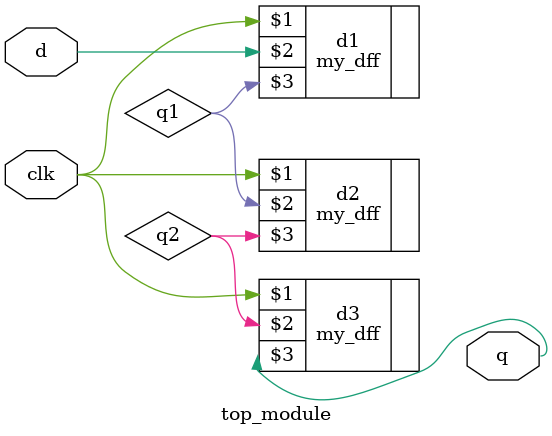
<source format=v>
module top_module ( input clk, input d, output q );
    wire q1,q2;
    my_dff d1(clk,d,q1);
    my_dff d2(clk,q1,q2);
    my_dff d3(clk,q2,q);
endmodule

</source>
